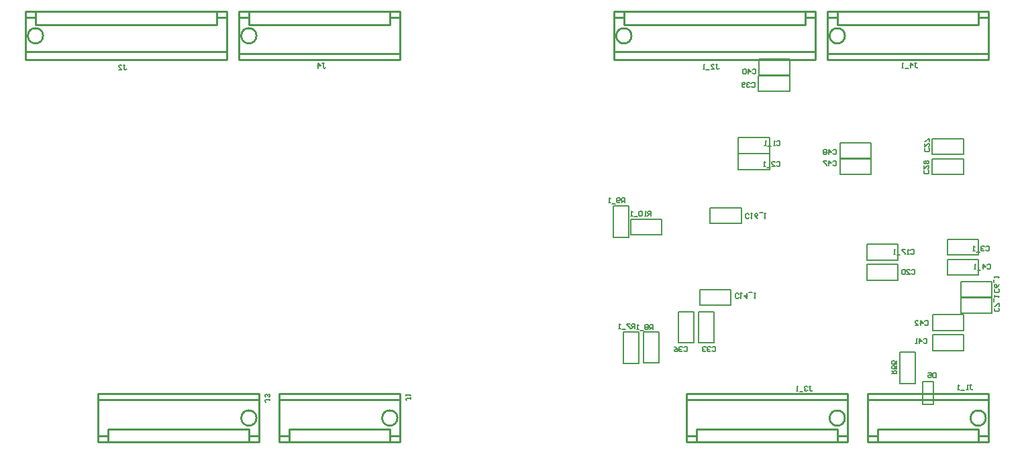
<source format=gbo>
G04*
G04 #@! TF.GenerationSoftware,Altium Limited,Altium Designer,20.0.13 (296)*
G04*
G04 Layer_Color=16777200*
%FSLAX24Y24*%
%MOIN*%
G70*
G01*
G75*
%ADD11C,0.0100*%
%ADD12C,0.0060*%
D11*
X48279Y998D02*
G03*
X48279Y998I-379J0D01*
G01*
X41279Y19998D02*
G03*
X41279Y19998I-379J0D01*
G01*
Y998D02*
G03*
X41279Y998I-379J0D01*
G01*
X30679Y19998D02*
G03*
X30679Y19998I-379J0D01*
G01*
X1449Y20000D02*
G03*
X1449Y20000I-379J0D01*
G01*
X12049Y1000D02*
G03*
X12049Y1000I-379J0D01*
G01*
Y20000D02*
G03*
X12049Y20000I-379J0D01*
G01*
X19049Y1000D02*
G03*
X19049Y1000I-379J0D01*
G01*
X42400Y98D02*
X42900D01*
X47900D02*
X48400D01*
X42400Y1898D02*
X48400D01*
X47900Y-152D02*
Y448D01*
X42900D02*
X47900D01*
X42900Y-202D02*
Y448D01*
X42400Y998D02*
Y2198D01*
X48400D01*
Y-202D02*
Y2198D01*
X42400Y-202D02*
X48400D01*
X42400D02*
Y998D01*
X48400Y18798D02*
Y19098D01*
X40400Y21198D02*
X40900D01*
X47900Y20898D02*
X48400D01*
X40400D02*
X40900D01*
X40400Y19098D02*
X48400D01*
X40900Y20548D02*
Y21198D01*
Y20548D02*
X47900D01*
Y21198D01*
X48400Y19098D02*
Y19998D01*
X40400Y18798D02*
X48400D01*
X40400D02*
Y21198D01*
X40900D02*
X48400D01*
Y19998D02*
Y21198D01*
X33400Y1898D02*
Y2198D01*
X40900Y-202D02*
X41400D01*
X33400Y98D02*
X33900D01*
X40900D02*
X41400D01*
X33400Y1898D02*
X41400D01*
X40900Y-202D02*
Y448D01*
X33900D02*
X40900D01*
X33900Y-202D02*
Y448D01*
X33400Y998D02*
Y1898D01*
Y2198D02*
X41400D01*
Y-202D02*
Y2198D01*
X33400Y-202D02*
X40900D01*
X33400D02*
Y998D01*
X29800Y20898D02*
X30300D01*
Y21198D01*
X39800Y18798D02*
Y19098D01*
X30300Y21198D02*
X32300D01*
X39300Y20898D02*
X39800D01*
X30300Y20548D02*
X39300D01*
Y21198D01*
X39800Y19098D02*
Y19998D01*
X31800Y18798D02*
X39800D01*
X32300Y21198D02*
X39800D01*
Y19998D02*
Y21198D01*
X29800Y18798D02*
Y21198D01*
X30300Y20548D02*
Y20898D01*
X29800Y21198D02*
X30300D01*
X29850Y19198D02*
X39800D01*
X29800Y18798D02*
X31900D01*
X39800Y19098D02*
Y19298D01*
X10570Y19100D02*
Y19300D01*
X570Y18800D02*
X2670D01*
X620Y19200D02*
X10570D01*
X570Y21200D02*
X1070D01*
Y20550D02*
Y20900D01*
X570Y18800D02*
Y21200D01*
X10570Y20000D02*
Y21200D01*
X3070D02*
X10570D01*
X2570Y18800D02*
X10570D01*
Y19100D02*
Y20000D01*
X10070Y20550D02*
Y21200D01*
X1070Y20550D02*
X10070D01*
Y20900D02*
X10570D01*
X1070Y21200D02*
X3070D01*
X10570Y18800D02*
Y19100D01*
X1070Y20900D02*
Y21200D01*
X570Y20900D02*
X1070D01*
X4170Y-200D02*
Y1000D01*
Y-200D02*
X11670D01*
X12170D02*
Y2200D01*
X4170D02*
X12170D01*
X4170Y1000D02*
Y1900D01*
X4670Y-200D02*
Y450D01*
X11670D01*
Y-200D02*
Y450D01*
X4170Y1900D02*
X12170D01*
X11670Y100D02*
X12170D01*
X4170D02*
X4670D01*
X11670Y-200D02*
X12170D01*
X4170Y1900D02*
Y2200D01*
X19170Y20000D02*
Y21200D01*
X11670D02*
X19170D01*
X11170Y18800D02*
Y21200D01*
Y18800D02*
X19170D01*
Y19100D02*
Y20000D01*
X18670Y20550D02*
Y21200D01*
X11670Y20550D02*
X18670D01*
X11670D02*
Y21200D01*
X11170Y19100D02*
X19170D01*
X11170Y20900D02*
X11670D01*
X18670D02*
X19170D01*
X11170Y21200D02*
X11670D01*
X19170Y18800D02*
Y19100D01*
X13170Y-200D02*
Y1000D01*
Y-200D02*
X19170D01*
Y2200D01*
X13170D02*
X19170D01*
X13170Y1000D02*
Y2200D01*
X13670Y-200D02*
Y450D01*
X18670D01*
Y-150D02*
Y450D01*
X13170Y1900D02*
X19170D01*
X18670Y100D02*
X19170D01*
X13170D02*
X13670D01*
D12*
X41030Y14688D02*
X42580D01*
X41030Y13908D02*
Y14688D01*
Y13908D02*
X42580D01*
Y14688D01*
X41030Y13888D02*
X42580D01*
X41030Y13108D02*
Y13888D01*
Y13108D02*
X42580D01*
Y13888D01*
X44010Y2718D02*
X44790D01*
X44010D02*
Y4268D01*
X44790D01*
Y2718D02*
Y4268D01*
X31260Y5278D02*
X32040D01*
Y3728D02*
Y5278D01*
X31260Y3728D02*
X32040D01*
X31260D02*
Y5278D01*
X30260Y3718D02*
X31040D01*
X30260D02*
Y5268D01*
X31040D01*
Y3718D02*
Y5268D01*
X32180Y10108D02*
Y10888D01*
X30630Y10108D02*
X32180D01*
X30630D02*
Y10888D01*
X32180D01*
X29760Y11528D02*
X30540D01*
Y9978D02*
Y11528D01*
X29760Y9978D02*
X30540D01*
X29760D02*
Y11528D01*
X45660Y1688D02*
Y2808D01*
X45140D02*
X45660D01*
X45140Y1688D02*
X45660D01*
X45140D02*
Y2808D01*
X45630Y6138D02*
X47180D01*
X45630Y5358D02*
Y6138D01*
Y5358D02*
X47180D01*
Y6138D01*
X45630Y5138D02*
X47180D01*
X45630Y4358D02*
Y5138D01*
Y4358D02*
X47180D01*
Y5138D01*
X36995Y18835D02*
X38545D01*
X36995Y18055D02*
Y18835D01*
Y18055D02*
X38545D01*
Y18835D01*
X36991Y18026D02*
X38541D01*
X36991Y17246D02*
Y18026D01*
Y17246D02*
X38541D01*
Y18026D01*
X33010Y4728D02*
Y6278D01*
Y4728D02*
X33790D01*
Y6278D01*
X33010D02*
X33790D01*
X34010Y4728D02*
Y6278D01*
Y4728D02*
X34790D01*
Y6278D01*
X34010D02*
X34790D01*
X47030Y7788D02*
X48580D01*
X47030Y7008D02*
Y7788D01*
Y7008D02*
X48580D01*
Y7788D01*
X47030Y6988D02*
X48580D01*
X47030Y6208D02*
Y6988D01*
Y6208D02*
X48580D01*
Y6988D01*
X46370Y9108D02*
X47920D01*
Y9888D01*
X46370D02*
X47920D01*
X46370Y9108D02*
Y9888D01*
Y8108D02*
X47920D01*
Y8888D01*
X46370D02*
X47920D01*
X46370Y8108D02*
Y8888D01*
X45620Y13108D02*
X47170D01*
Y13888D01*
X45620D02*
X47170D01*
X45620Y13108D02*
Y13888D01*
Y14108D02*
X47170D01*
Y14888D01*
X45620D02*
X47170D01*
X45620Y14108D02*
Y14888D01*
X42370Y7858D02*
X43920D01*
Y8638D01*
X42370D02*
X43920D01*
X42370Y7858D02*
Y8638D01*
X35980Y14138D02*
X37530D01*
X35980Y13358D02*
Y14138D01*
Y13358D02*
X37530D01*
Y14138D01*
X42370Y8858D02*
X43920D01*
Y9638D01*
X42370D02*
X43920D01*
X42370Y8858D02*
Y9638D01*
X34583Y11451D02*
X36133D01*
X34583Y10671D02*
Y11451D01*
Y10671D02*
X36133D01*
Y11451D01*
X34071Y7388D02*
X35621D01*
X34071Y6608D02*
Y7388D01*
Y6608D02*
X35621D01*
Y7388D01*
X35980Y14938D02*
X37530D01*
X35980Y14158D02*
Y14938D01*
Y14158D02*
X37530D01*
Y14938D01*
X40690Y14298D02*
X40730Y14338D01*
X40810D01*
X40850Y14298D01*
Y14138D01*
X40810Y14098D01*
X40730D01*
X40690Y14138D01*
X40490Y14098D02*
Y14338D01*
X40610Y14218D01*
X40450D01*
X40370Y14298D02*
X40330Y14338D01*
X40250D01*
X40210Y14298D01*
Y14258D01*
X40250Y14218D01*
X40210Y14178D01*
Y14138D01*
X40250Y14098D01*
X40330D01*
X40370Y14138D01*
Y14178D01*
X40330Y14218D01*
X40370Y14258D01*
Y14298D01*
X40330Y14218D02*
X40250D01*
X40690Y13748D02*
X40730Y13788D01*
X40810D01*
X40850Y13748D01*
Y13588D01*
X40810Y13548D01*
X40730D01*
X40690Y13588D01*
X40490Y13548D02*
Y13788D01*
X40610Y13668D01*
X40450D01*
X40370Y13788D02*
X40210D01*
Y13748D01*
X40370Y13588D01*
Y13548D01*
X43600Y3198D02*
X43840D01*
Y3318D01*
X43800Y3358D01*
X43720D01*
X43680Y3318D01*
Y3198D01*
Y3278D02*
X43600Y3358D01*
X43840Y3598D02*
Y3438D01*
X43720D01*
X43760Y3518D01*
Y3558D01*
X43720Y3598D01*
X43640D01*
X43600Y3558D01*
Y3478D01*
X43640Y3438D01*
X43840Y3838D02*
Y3678D01*
X43720D01*
X43760Y3758D01*
Y3798D01*
X43720Y3838D01*
X43640D01*
X43600Y3798D01*
Y3718D01*
X43640Y3678D01*
X31750Y5398D02*
Y5638D01*
X31630D01*
X31590Y5598D01*
Y5518D01*
X31630Y5478D01*
X31750D01*
X31670D02*
X31590Y5398D01*
X31510Y5598D02*
X31470Y5638D01*
X31390D01*
X31350Y5598D01*
Y5558D01*
X31390Y5518D01*
X31350Y5478D01*
Y5438D01*
X31390Y5398D01*
X31470D01*
X31510Y5438D01*
Y5478D01*
X31470Y5518D01*
X31510Y5558D01*
Y5598D01*
X31470Y5518D02*
X31390D01*
X31270Y5358D02*
X31110D01*
X31030Y5398D02*
X30950D01*
X30990D01*
Y5638D01*
X31030Y5598D01*
X30850Y5448D02*
Y5688D01*
X30730D01*
X30690Y5648D01*
Y5568D01*
X30730Y5528D01*
X30850D01*
X30770D02*
X30690Y5448D01*
X30610Y5688D02*
X30450D01*
Y5648D01*
X30610Y5488D01*
Y5448D01*
X30370Y5408D02*
X30210D01*
X30130Y5448D02*
X30050D01*
X30090D01*
Y5688D01*
X30130Y5648D01*
X31650Y11048D02*
Y11288D01*
X31530D01*
X31490Y11248D01*
Y11168D01*
X31530Y11128D01*
X31650D01*
X31570D02*
X31490Y11048D01*
X31410D02*
X31330D01*
X31370D01*
Y11288D01*
X31410Y11248D01*
X31210D02*
X31170Y11288D01*
X31090D01*
X31050Y11248D01*
Y11088D01*
X31090Y11048D01*
X31170D01*
X31210Y11088D01*
Y11248D01*
X30970Y11008D02*
X30810D01*
X30730Y11048D02*
X30650D01*
X30690D01*
Y11288D01*
X30730Y11248D01*
X30350Y11698D02*
Y11938D01*
X30230D01*
X30190Y11898D01*
Y11818D01*
X30230Y11778D01*
X30350D01*
X30270D02*
X30190Y11698D01*
X30110Y11738D02*
X30070Y11698D01*
X29990D01*
X29950Y11738D01*
Y11898D01*
X29990Y11938D01*
X30070D01*
X30110Y11898D01*
Y11858D01*
X30070Y11818D01*
X29950D01*
X29870Y11658D02*
X29710D01*
X29630Y11698D02*
X29550D01*
X29590D01*
Y11938D01*
X29630Y11898D01*
X45800Y3238D02*
Y2998D01*
X45680D01*
X45640Y3038D01*
Y3198D01*
X45680Y3238D01*
X45800D01*
X45400D02*
X45560D01*
Y3118D01*
X45480Y3158D01*
X45440D01*
X45400Y3118D01*
Y3038D01*
X45440Y2998D01*
X45520D01*
X45560Y3038D01*
X45240Y5798D02*
X45280Y5838D01*
X45360D01*
X45400Y5798D01*
Y5638D01*
X45360Y5598D01*
X45280D01*
X45240Y5638D01*
X45040Y5598D02*
Y5838D01*
X45160Y5718D01*
X45000D01*
X44760Y5598D02*
X44920D01*
X44760Y5758D01*
Y5798D01*
X44800Y5838D01*
X44880D01*
X44920Y5798D01*
X45190Y4898D02*
X45230Y4938D01*
X45310D01*
X45350Y4898D01*
Y4738D01*
X45310Y4698D01*
X45230D01*
X45190Y4738D01*
X44990Y4698D02*
Y4938D01*
X45110Y4818D01*
X44950D01*
X44870Y4698D02*
X44790D01*
X44830D01*
Y4938D01*
X44870Y4898D01*
X36690Y18298D02*
X36730Y18338D01*
X36810D01*
X36850Y18298D01*
Y18138D01*
X36810Y18098D01*
X36730D01*
X36690Y18138D01*
X36490Y18098D02*
Y18338D01*
X36610Y18218D01*
X36450D01*
X36370Y18298D02*
X36330Y18338D01*
X36250D01*
X36210Y18298D01*
Y18138D01*
X36250Y18098D01*
X36330D01*
X36370Y18138D01*
Y18298D01*
X36640Y17648D02*
X36680Y17688D01*
X36760D01*
X36800Y17648D01*
Y17488D01*
X36760Y17448D01*
X36680D01*
X36640Y17488D01*
X36560Y17648D02*
X36520Y17688D01*
X36440D01*
X36400Y17648D01*
Y17608D01*
X36440Y17568D01*
X36480D01*
X36440D01*
X36400Y17528D01*
Y17488D01*
X36440Y17448D01*
X36520D01*
X36560Y17488D01*
X36320D02*
X36280Y17448D01*
X36200D01*
X36160Y17488D01*
Y17648D01*
X36200Y17688D01*
X36280D01*
X36320Y17648D01*
Y17608D01*
X36280Y17568D01*
X36160D01*
X33290Y4498D02*
X33330Y4538D01*
X33410D01*
X33450Y4498D01*
Y4338D01*
X33410Y4298D01*
X33330D01*
X33290Y4338D01*
X33210Y4498D02*
X33170Y4538D01*
X33090D01*
X33050Y4498D01*
Y4458D01*
X33090Y4418D01*
X33130D01*
X33090D01*
X33050Y4378D01*
Y4338D01*
X33090Y4298D01*
X33170D01*
X33210Y4338D01*
X32810Y4538D02*
X32890Y4498D01*
X32970Y4418D01*
Y4338D01*
X32930Y4298D01*
X32850D01*
X32810Y4338D01*
Y4378D01*
X32850Y4418D01*
X32970D01*
X34690Y4498D02*
X34730Y4538D01*
X34810D01*
X34850Y4498D01*
Y4338D01*
X34810Y4298D01*
X34730D01*
X34690Y4338D01*
X34610Y4498D02*
X34570Y4538D01*
X34490D01*
X34450Y4498D01*
Y4458D01*
X34490Y4418D01*
X34530D01*
X34490D01*
X34450Y4378D01*
Y4338D01*
X34490Y4298D01*
X34570D01*
X34610Y4338D01*
X34370Y4498D02*
X34330Y4538D01*
X34250D01*
X34210Y4498D01*
Y4458D01*
X34250Y4418D01*
X34290D01*
X34250D01*
X34210Y4378D01*
Y4338D01*
X34250Y4298D01*
X34330D01*
X34370Y4338D01*
X48900Y7408D02*
X48940Y7368D01*
Y7288D01*
X48900Y7248D01*
X48740D01*
X48700Y7288D01*
Y7368D01*
X48740Y7408D01*
X48940Y7648D02*
X48900Y7568D01*
X48820Y7488D01*
X48740D01*
X48700Y7528D01*
Y7608D01*
X48740Y7648D01*
X48780D01*
X48820Y7608D01*
Y7488D01*
X48660Y7728D02*
Y7888D01*
X48700Y7968D02*
Y8048D01*
Y8008D01*
X48940D01*
X48900Y7968D01*
Y6458D02*
X48940Y6418D01*
Y6338D01*
X48900Y6298D01*
X48740D01*
X48700Y6338D01*
Y6418D01*
X48740Y6458D01*
X48940Y6538D02*
Y6698D01*
X48900D01*
X48740Y6538D01*
X48700D01*
X48660Y6778D02*
Y6938D01*
X48700Y7018D02*
Y7098D01*
Y7058D01*
X48940D01*
X48900Y7018D01*
X48290Y9498D02*
X48330Y9538D01*
X48410D01*
X48450Y9498D01*
Y9338D01*
X48410Y9298D01*
X48330D01*
X48290Y9338D01*
X48210Y9498D02*
X48170Y9538D01*
X48090D01*
X48050Y9498D01*
Y9458D01*
X48090Y9418D01*
X48130D01*
X48090D01*
X48050Y9378D01*
Y9338D01*
X48090Y9298D01*
X48170D01*
X48210Y9338D01*
X47970Y9258D02*
X47810D01*
X47730Y9298D02*
X47650D01*
X47690D01*
Y9538D01*
X47730Y9498D01*
X48340Y8598D02*
X48380Y8638D01*
X48460D01*
X48500Y8598D01*
Y8438D01*
X48460Y8398D01*
X48380D01*
X48340Y8438D01*
X48140Y8398D02*
Y8638D01*
X48260Y8518D01*
X48100D01*
X48020Y8358D02*
X47860D01*
X47780Y8398D02*
X47700D01*
X47740D01*
Y8638D01*
X47780Y8598D01*
X45400Y13308D02*
X45440Y13268D01*
Y13188D01*
X45400Y13148D01*
X45240D01*
X45200Y13188D01*
Y13268D01*
X45240Y13308D01*
X45200Y13548D02*
Y13388D01*
X45360Y13548D01*
X45400D01*
X45440Y13508D01*
Y13428D01*
X45400Y13388D01*
Y13628D02*
X45440Y13668D01*
Y13748D01*
X45400Y13788D01*
X45360D01*
X45320Y13748D01*
X45280Y13788D01*
X45240D01*
X45200Y13748D01*
Y13668D01*
X45240Y13628D01*
X45280D01*
X45320Y13668D01*
X45360Y13628D01*
X45400D01*
X45320Y13668D02*
Y13748D01*
X45450Y14408D02*
X45490Y14368D01*
Y14288D01*
X45450Y14248D01*
X45290D01*
X45250Y14288D01*
Y14368D01*
X45290Y14408D01*
X45250Y14648D02*
Y14488D01*
X45410Y14648D01*
X45450D01*
X45490Y14608D01*
Y14528D01*
X45450Y14488D01*
X45490Y14728D02*
Y14888D01*
X45450D01*
X45290Y14728D01*
X45250D01*
X44590Y8348D02*
X44630Y8388D01*
X44710D01*
X44750Y8348D01*
Y8188D01*
X44710Y8148D01*
X44630D01*
X44590Y8188D01*
X44350Y8148D02*
X44510D01*
X44350Y8308D01*
Y8348D01*
X44390Y8388D01*
X44470D01*
X44510Y8348D01*
X44270D02*
X44230Y8388D01*
X44150D01*
X44110Y8348D01*
Y8188D01*
X44150Y8148D01*
X44230D01*
X44270Y8188D01*
Y8348D01*
X37890Y13698D02*
X37930Y13738D01*
X38010D01*
X38050Y13698D01*
Y13538D01*
X38010Y13498D01*
X37930D01*
X37890Y13538D01*
X37650Y13498D02*
X37810D01*
X37650Y13658D01*
Y13698D01*
X37690Y13738D01*
X37770D01*
X37810Y13698D01*
X37570Y13458D02*
X37410D01*
X37330Y13498D02*
X37250D01*
X37290D01*
Y13738D01*
X37330Y13698D01*
X44540Y9348D02*
X44580Y9388D01*
X44660D01*
X44700Y9348D01*
Y9188D01*
X44660Y9148D01*
X44580D01*
X44540Y9188D01*
X44460Y9148D02*
X44380D01*
X44420D01*
Y9388D01*
X44460Y9348D01*
X44260Y9388D02*
X44100D01*
Y9348D01*
X44260Y9188D01*
Y9148D01*
X44020Y9108D02*
X43860D01*
X43780Y9148D02*
X43700D01*
X43740D01*
Y9388D01*
X43780Y9348D01*
X36513Y10961D02*
X36473Y10921D01*
X36393D01*
X36353Y10961D01*
Y11121D01*
X36393Y11161D01*
X36473D01*
X36513Y11121D01*
X36593Y11161D02*
X36673D01*
X36633D01*
Y10921D01*
X36593Y10961D01*
X36953Y10921D02*
X36873Y10961D01*
X36793Y11041D01*
Y11121D01*
X36833Y11161D01*
X36913D01*
X36953Y11121D01*
Y11081D01*
X36913Y11041D01*
X36793D01*
X37032Y11201D02*
X37192D01*
X37272Y11161D02*
X37352D01*
X37312D01*
Y10921D01*
X37272Y10961D01*
X36001Y6998D02*
X35961Y6958D01*
X35881D01*
X35841Y6998D01*
Y7158D01*
X35881Y7198D01*
X35961D01*
X36001Y7158D01*
X36081Y7198D02*
X36161D01*
X36121D01*
Y6958D01*
X36081Y6998D01*
X36401Y7198D02*
Y6958D01*
X36281Y7078D01*
X36441D01*
X36521Y7238D02*
X36681D01*
X36761Y7198D02*
X36841D01*
X36801D01*
Y6958D01*
X36761Y6998D01*
X37890Y14748D02*
X37930Y14788D01*
X38010D01*
X38050Y14748D01*
Y14588D01*
X38010Y14548D01*
X37930D01*
X37890Y14588D01*
X37810Y14548D02*
X37730D01*
X37770D01*
Y14788D01*
X37810Y14748D01*
X37610Y14508D02*
X37450D01*
X37370Y14548D02*
X37290D01*
X37330D01*
Y14788D01*
X37370Y14748D01*
X47482Y2658D02*
X47562D01*
X47522D01*
Y2458D01*
X47562Y2418D01*
X47602D01*
X47642Y2458D01*
X47402Y2418D02*
X47322D01*
X47362D01*
Y2658D01*
X47402Y2618D01*
X47202Y2378D02*
X47042D01*
X46962Y2418D02*
X46882D01*
X46922D01*
Y2658D01*
X46962Y2618D01*
X44750Y18648D02*
X44830D01*
X44790D01*
Y18448D01*
X44830Y18408D01*
X44870D01*
X44910Y18448D01*
X44550Y18408D02*
Y18648D01*
X44670Y18528D01*
X44510D01*
X44430Y18368D02*
X44270D01*
X44190Y18408D02*
X44110D01*
X44150D01*
Y18648D01*
X44190Y18608D01*
X39510Y2579D02*
X39590D01*
X39550D01*
Y2379D01*
X39590Y2339D01*
X39630D01*
X39670Y2379D01*
X39430Y2539D02*
X39390Y2579D01*
X39310D01*
X39270Y2539D01*
Y2499D01*
X39310Y2459D01*
X39350D01*
X39310D01*
X39270Y2419D01*
Y2379D01*
X39310Y2339D01*
X39390D01*
X39430Y2379D01*
X39190Y2299D02*
X39030D01*
X38950Y2339D02*
X38870D01*
X38910D01*
Y2579D01*
X38950Y2539D01*
X34867Y18578D02*
X34947D01*
X34907D01*
Y18378D01*
X34947Y18338D01*
X34987D01*
X35027Y18378D01*
X34627Y18338D02*
X34787D01*
X34627Y18498D01*
Y18538D01*
X34667Y18578D01*
X34747D01*
X34787Y18538D01*
X34547Y18298D02*
X34387D01*
X34307Y18338D02*
X34227D01*
X34267D01*
Y18578D01*
X34307Y18538D01*
X5437Y18560D02*
X5517D01*
X5477D01*
Y18360D01*
X5517Y18320D01*
X5557D01*
X5597Y18360D01*
X5197Y18320D02*
X5357D01*
X5197Y18480D01*
Y18520D01*
X5237Y18560D01*
X5317D01*
X5357Y18520D01*
X12717Y1950D02*
Y1870D01*
Y1910D01*
X12517D01*
X12477Y1870D01*
Y1830D01*
X12517Y1790D01*
X12677Y2030D02*
X12717Y2070D01*
Y2150D01*
X12677Y2190D01*
X12637D01*
X12597Y2150D01*
Y2110D01*
Y2150D01*
X12557Y2190D01*
X12517D01*
X12477Y2150D01*
Y2070D01*
X12517Y2030D01*
X15320Y18630D02*
X15400D01*
X15360D01*
Y18430D01*
X15400Y18390D01*
X15440D01*
X15480Y18430D01*
X15120Y18390D02*
Y18630D01*
X15240Y18510D01*
X15080D01*
X19720Y2030D02*
Y1950D01*
Y1990D01*
X19520D01*
X19480Y1950D01*
Y1910D01*
X19520Y1870D01*
X19480Y2110D02*
Y2190D01*
Y2150D01*
X19720D01*
X19680Y2110D01*
M02*

</source>
